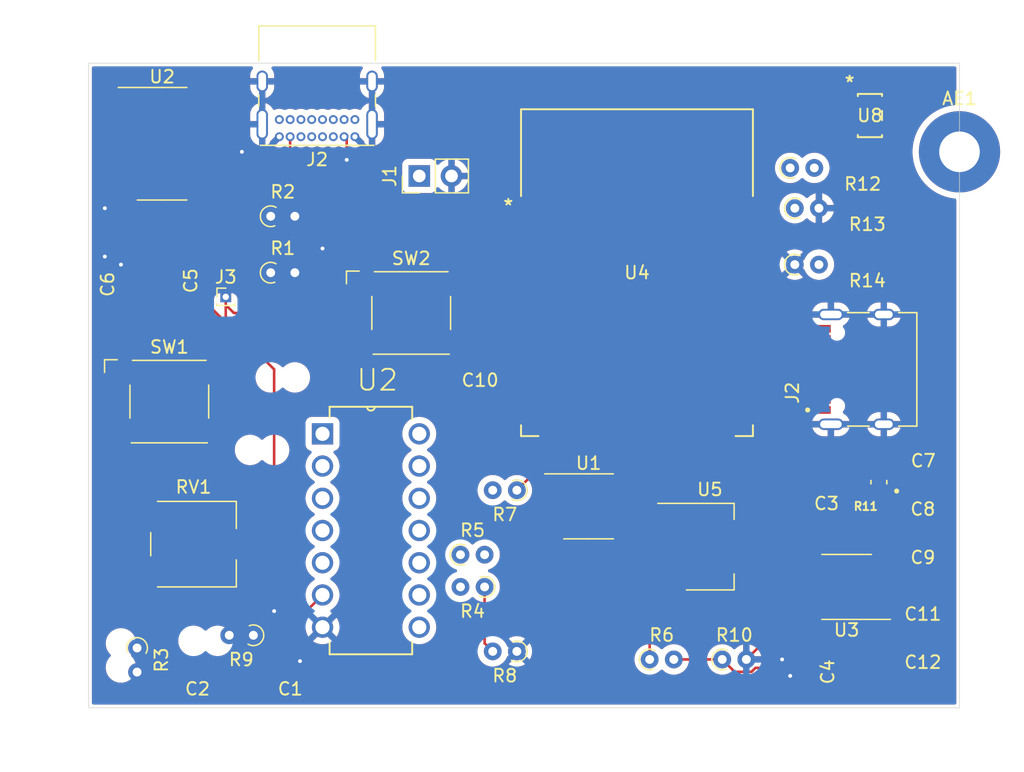
<source format=kicad_pcb>
(kicad_pcb (version 20221018) (generator pcbnew)
  (layers (0 "F.Cu" signal) (31 "B.Cu" signal) (34 "B.Paste" user) (35 "F.Paste" user) (36 "B.SilkS" user "B.Silkscreen") (37 "F.SilkS" user "F.Silkscreen") (38 "B.Mask" user) (39 "F.Mask" user) (44 "Edge.Cuts" user))
  (net 0 "")
  (net 1 "Net-(AE1-A)")
  (net 2 "GND")
  (net 3 "Net-(C2-Pad1)")
  (net 4 "Net-(U3-+)")
  (net 5 "Net-(C3-Pad2)")
  (net 6 "Net-(R1-Pad1)")
  (net 7 "Net-(R1-Pad2)")
  (net 8 "Net-(R3-Pad1)")
  (net 9 "Net-(U8-EN)")
  (net 10 "Net-(U4-3V3)")
  (net 12 "Net-(R6-Pad1)")
  (net 14 "Net-(J2-DN2)")
  (net 18 "Net-(J2-DP2)")
  (net 21 "Net-(U1-+)")
  (net 22 "Net-(R4-Pad2)")
  (net 23 "Net-(U1--)")
  (net 24 "Net-(U8-PG)")
  (net 28 "Net-(U2-Pad1)")
  (net 29 "Net-(U2-Pad5)")
  (net 31 "Net-(U3--)")
  (net 39 "+5V")
  (net 79 "Net-(J3-Pin_1)")
  (net 80 "Net-(U4-EN)")
  (net 81 "+3.3V")
  (net 82 "Net-(U4-GPIO0)")
  (net 83 "Net-(J2-CC1)")
  (net 84 "/D+")
  (net 85 "/D-")
  (net 86 "Net-(J2-CC2)")
  (footprint "Capacitor_SMD:C_0201_0603Metric" (layer "F.Cu") (at 97.79 97.155 -90)
    (fp_text reference "C5" (at 0 -1.05 90) (layer "F.SilkS"))
    (fp_text value "1uF")
    (pad "1" smd roundrect (at -0.32 0 270) (size 0.46 0.4) (layers "F.Cu" "F.Mask") (net 2 "GND"))
    (pad "2" smd roundrect (at 0.32 0 270) (size 0.46 0.4) (layers "F.Cu" "F.Mask") (net 9 "Net-(U8-EN)"))
  )
  (footprint "Capacitor_SMD:C_0201_0603Metric" (layer "F.Cu") (at 156.5 128.27)
    (fp_text reference "C12" (at 0 -1.05) (layer "F.SilkS"))
    (fp_text value "10uF")
    (pad "1" smd roundrect (at -0.32 0) (size 0.46 0.4) (layers "F.Cu" "F.Mask") (net 81 "+3.3V"))
    (pad "2" smd roundrect (at 0.32 0) (size 0.46 0.4) (layers "F.Cu" "F.Mask") (net 2 "GND"))
  )
  (footprint "Capacitor_SMD:C_0201_0603Metric" (layer "F.Cu") (at 156.5 116.205)
    (fp_text reference "C8" (at 0 -1.05) (layer "F.SilkS"))
    (fp_text value "1uF")
    (pad "1" smd roundrect (at -0.32 0) (size 0.46 0.4) (layers "F.Cu" "F.Mask") (net 2 "GND"))
    (pad "2" smd roundrect (at 0.32 0) (size 0.46 0.4) (layers "F.Cu" "F.Mask") (net 81 "+3.3V"))
  )
  (footprint "Resistor_THT:R_Axial_DIN0204_L3.6mm_D1.6mm_P1.90mm_Vertical" (layer "F.Cu") (at 124.525 126.365 180)
    (fp_text reference "R8" (at 0.95 -1.92) (layer "F.SilkS"))
    (fp_text value "10k")
    (pad "1" thru_hole circle (at 0 0 180) (size 1.4 1.4) (drill 0.7) (layers "*.Cu" "*.Mask") (net 2 "GND"))
    (pad "2" thru_hole oval (at 1.9 0 180) (size 1.4 1.4) (drill 0.7) (layers "*.Cu" "*.Mask") (net 21 "Net-(U1-+)"))
  )
  (footprint "Capacitor_SMD:C_0201_0603Metric" (layer "F.Cu") (at 99.375 128.27 180)
    (fp_text reference "C2" (at 0 -1.05) (layer "F.SilkS"))
    (fp_text value "100pF")
    (pad "1" smd roundrect (at -0.32 0 180) (size 0.46 0.4) (layers "F.Cu" "F.Mask") (net 3 "Net-(C2-Pad1)"))
    (pad "2" smd roundrect (at 0.32 0 180) (size 0.46 0.4) (layers "F.Cu" "F.Mask") (net 2 "GND"))
  )
  (footprint "Resistor_THT:R_Axial_DIN0204_L3.6mm_D1.6mm_P1.90mm_Vertical" (layer "F.Cu") (at 120.085 118.745)
    (fp_text reference "R5" (at 0.95 -1.92) (layer "F.SilkS"))
    (fp_text value "10k")
    (pad "1" thru_hole circle (at 0 0) (size 1.4 1.4) (drill 0.7) (layers "*.Cu" "*.Mask") (net 6 "Net-(R1-Pad1)"))
    (pad "2" thru_hole oval (at 1.9 0) (size 1.4 1.4) (drill 0.7) (layers "*.Cu" "*.Mask") (net 23 "Net-(U1--)"))
  )
  (footprint "Capacitor_SMD:C_0201_0603Metric" (layer "F.Cu") (at 148.91 113.665 180)
    (fp_text reference "C3" (at 0 -1.05) (layer "F.SilkS"))
    (fp_text value "4.7uF")
    (pad "1" smd roundrect (at -0.32 0 180) (size 0.46 0.4) (layers "F.Cu" "F.Mask") (net 31 "Net-(U3--)"))
    (pad "2" smd roundrect (at 0.32 0 180) (size 0.46 0.4) (layers "F.Cu" "F.Mask") (net 5 "Net-(C3-Pad2)"))
  )
  (footprint "Connector_PinHeader_1.00mm:PinHeader_1x01_P1.00mm_Vertical" (layer "F.Cu") (at 101.6 98.425)
    (fp_text reference "J3" (at 0 -1.56) (layer "F.SilkS"))
    (fp_text value "Conn_01x01_Pin")
    (pad "1" thru_hole rect (at 0 0) (size 0.85 0.85) (drill 0.5) (layers "*.Cu" "*.Mask") (net 1 "Net-(AE1-A)"))
  )
  (footprint "Capacitor_SMD:C_0201_0603Metric" (layer "F.Cu") (at 106.68 128.27 180)
    (fp_text reference "C1" (at 0 -1.05) (layer "F.SilkS"))
    (fp_text value "100pF")
    (pad "1" smd roundrect (at -0.32 0 180) (size 0.46 0.4) (layers "F.Cu" "F.Mask") (net 1 "Net-(AE1-A)"))
    (pad "2" smd roundrect (at 0.32 0 180) (size 0.46 0.4) (layers "F.Cu" "F.Mask") (net 2 "GND"))
  )
  (footprint "Resistor_THT:R_Axial_DIN0204_L3.6mm_D1.6mm_P1.90mm_Vertical" (layer "F.Cu") (at 134.985 127)
    (fp_text reference "R6" (at 0.95 -1.92) (layer "F.SilkS"))
    (fp_text value "6.8k")
    (pad "1" thru_hole circle (at 0 0) (size 1.4 1.4) (drill 0.7) (layers "*.Cu" "*.Mask") (net 12 "Net-(R6-Pad1)"))
    (pad "2" thru_hole oval (at 1.9 0) (size 1.4 1.4) (drill 0.7) (layers "*.Cu" "*.Mask") (net 5 "Net-(C3-Pad2)"))
  )
  (footprint "HEF4093BP_652:DIP254P762X420-14" (layer "F.Cu") (at 116.84 124.46)
    (fp_text reference "U2" (at -3.30462 -19.47193) (layer "F.SilkS") (effects (font (size 1.641307 1.641307))))
    (fp_text value "HEF4093B")
    (pad "1" thru_hole rect (at -7.62 -15.24) (size 1.6764 1.6764) (drill 1.1176) (layers "*.Cu" "*.Mask") (net 28 "Net-(U2-Pad1)"))
    (pad "2" thru_hole circle (at -7.62 -12.7) (size 1.6764 1.6764) (drill 1.1176) (layers "*.Cu" "*.Mask") (net 79 "Net-(J3-Pin_1)"))
    (pad "3" thru_hole circle (at -7.62 -10.16) (size 1.6764 1.6764) (drill 1.1176) (layers "*.Cu" "*.Mask") (net 6 "Net-(R1-Pad1)"))
    (pad "4" thru_hole circle (at -7.62 -7.62) (size 1.6764 1.6764) (drill 1.1176) (layers "*.Cu" "*.Mask") (net 22 "Net-(R4-Pad2)"))
    (pad "5" thru_hole circle (at -7.62 -5.08) (size 1.6764 1.6764) (drill 1.1176) (layers "*.Cu" "*.Mask") (net 29 "Net-(U2-Pad5)"))
    (pad "6" thru_hole circle (at -7.62 -2.54) (size 1.6764 1.6764) (drill 1.1176) (layers "*.Cu" "*.Mask") (net 3 "Net-(C2-Pad1)"))
    (pad "7" thru_hole circle (at -7.62 0) (size 1.6764 1.6764) (drill 1.1176) (layers "*.Cu" "*.Mask") (net 2 "GND"))
    (pad "8" thru_hole circle (at 0 0) (size 1.6764 1.6764) (drill 1.1176) (layers "*.Cu" "*.Mask"))
    (pad "9" thru_hole circle (at 0 -2.54) (size 1.6764 1.6764) (drill 1.1176) (layers "*.Cu" "*.Mask"))
    (pad "10" thru_hole circle (at 0 -5.08) (size 1.6764 1.6764) (drill 1.1176) (layers "*.Cu" "*.Mask"))
    (pad "11" thru_hole circle (at 0 -7.62) (size 1.6764 1.6764) (drill 1.1176) (layers "*.Cu" "*.Mask"))
    (pad "12" thru_hole circle (at 0 -10.16) (size 1.6764 1.6764) (drill 1.1176) (layers "*.Cu" "*.Mask"))
    (pad "13" thru_hole circle (at 0 -12.7) (size 1.6764 1.6764) (drill 1.1176) (layers "*.Cu" "*.Mask"))
    (pad "14" thru_hole circle (at 0 -15.24) (size 1.6764 1.6764) (drill 1.1176) (layers "*.Cu" "*.Mask") (net 39 "+5V"))
  )
  (footprint "Potentiometer_SMD:Potentiometer_ACP_CA6-VSMD_Vertical" (layer "F.Cu") (at 99.06 117.915)
    (fp_text reference "RV1" (at 0 -4.5) (layer "F.SilkS"))
    (fp_text value "10k")
    (pad "1" smd rect (at -4.325 2.15) (size 2.5 2) (layers "F.Cu" "F.Paste" "F.Mask") (net 8 "Net-(R3-Pad1)"))
    (pad "2" smd rect (at 4.325 0) (size 2.5 2) (layers "F.Cu" "F.Paste" "F.Mask") (net 22 "Net-(R4-Pad2)"))
    (pad "3" smd rect (at -4.325 -2.15) (size 2.5 2) (layers "F.Cu" "F.Paste" "F.Mask") (net 22 "Net-(R4-Pad2)"))
  )
  (footprint "MountingHole:MountingHole_3.2mm_M3_Pad" (layer "F.Cu") (at 159.385 86.995)
    (fp_text reference "AE1" (at 0 -4.2) (layer "F.SilkS"))
    (fp_text value "Antenna")
    (pad "1" thru_hole circle (at 0 0) (size 6.4 6.4) (drill 3.2) (layers "*.Cu" "*.Mask") (net 1 "Net-(AE1-A)"))
  )
  (footprint "Resistor_THT:R_Axial_DIN0204_L3.6mm_D1.6mm_P1.90mm_Vertical" (layer "F.Cu") (at 146.415 91.44)
    (fp_text reference "R13" (at 5.71 1.27) (layer "F.SilkS"))
    (fp_text value "5.1 k")
    (pad "1" thru_hole circle (at 0 0) (size 1.4 1.4) (drill 0.7) (layers "*.Cu" "*.Mask") (net 83 "Net-(J2-CC1)"))
    (pad "2" thru_hole oval (at 1.9 0) (size 1.4 1.4) (drill 0.7) (layers "*.Cu" "*.Mask") (net 2 "GND"))
  )
  (footprint "Resistor_THT:R_Axial_DIN0204_L3.6mm_D1.6mm_P1.90mm_Vertical" (layer "F.Cu") (at 140.7 127)
    (fp_text reference "R10" (at 0.95 -1.92) (layer "F.SilkS"))
    (fp_text value "R_Trim")
    (pad "1" thru_hole circle (at 0 0) (size 1.4 1.4) (drill 0.7) (layers "*.Cu" "*.Mask") (net 5 "Net-(C3-Pad2)"))
    (pad "2" thru_hole oval (at 1.9 0) (size 1.4 1.4) (drill 0.7) (layers "*.Cu" "*.Mask") (net 2 "GND"))
  )
  (footprint "Connector_PinHeader_2.54mm:PinHeader_1x02_P2.54mm_Vertical" (layer "F.Cu") (at 116.84 88.9 90)
    (fp_text reference "J1" (at 0 -2.33 90) (layer "F.SilkS"))
    (fp_text value "Conn_01x02_Pin")
    (pad "1" thru_hole rect (at 0 0 90) (size 1.7 1.7) (drill 1) (layers "*.Cu" "*.Mask") (net 39 "+5V"))
    (pad "2" thru_hole oval (at 0 2.54 90) (size 1.7 1.7) (drill 1) (layers "*.Cu" "*.Mask") (net 2 "GND"))
  )
  (footprint "Resistor_THT:R_Axial_DIN0204_L3.6mm_D1.6mm_P1.90mm_Vertical" (layer "F.Cu") (at 103.775 125.095 180)
    (fp_text reference "R9" (at 0.95 -1.92) (layer "F.SilkS"))
    (fp_text value "100k")
    (pad "1" thru_hole circle (at 0 0 180) (size 1.4 1.4) (drill 0.7) (layers "*.Cu" "*.Mask") (net 24 "Net-(U8-PG)"))
    (pad "2" thru_hole oval (at 1.9 0 180) (size 1.4 1.4) (drill 0.7) (layers "*.Cu" "*.Mask") (net 10 "Net-(U4-3V3)"))
  )
  (footprint "Capacitor_SMD:C_0201_0603Metric" (layer "F.Cu") (at 156.5 124.475)
    (fp_text reference "C11" (at 0 -1.05) (layer "F.SilkS"))
    (fp_text value "100nF")
    (pad "1" smd roundrect (at -0.32 0) (size 0.46 0.4) (layers "F.Cu" "F.Mask") (net 39 "+5V"))
    (pad "2" smd roundrect (at 0.32 0) (size 0.46 0.4) (layers "F.Cu" "F.Mask") (net 2 "GND"))
  )
  (footprint "Package_SO:SOIC-8_3.9x4.9mm_P1.27mm" (layer "F.Cu") (at 130.175 114.935)
    (fp_text reference "U1" (at 0 -3.4) (layer "F.SilkS"))
    (fp_text value "AD8001AR")
    (pad "1" smd roundrect (at -2.475 -1.905) (size 1.95 0.6) (layers "F.Cu" "F.Paste" "F.Mask"))
    (pad "2" smd roundrect (at -2.475 -0.635) (size 1.95 0.6) (layers "F.Cu" "F.Paste" "F.Mask") (net 23 "Net-(U1--)"))
    (pad "3" smd roundrect (at -2.475 0.635) (size 1.95 0.6) (layers "F.Cu" "F.Paste" "F.Mask") (net 21 "Net-(U1-+)"))
    (pad "4" smd roundrect (at -2.475 1.905) (size 1.95 0.6) (layers "F.Cu" "F.Paste" "F.Mask") (net 2 "GND"))
    (pad "5" smd roundrect (at 2.475 1.905) (size 1.95 0.6) (layers "F.Cu" "F.Paste" "F.Mask"))
    (pad "6" smd roundrect (at 2.475 0.635) (size 1.95 0.6) (layers "F.Cu" "F.Paste" "F.Mask") (net 12 "Net-(R6-Pad1)"))
    (pad "7" smd roundrect (at 2.475 -0.635) (size 1.95 0.6) (layers "F.Cu" "F.Paste" "F.Mask") (net 39 "+5V"))
    (pad "8" smd roundrect (at 2.475 -1.905) (size 1.95 0.6) (layers "F.Cu" "F.Paste" "F.Mask"))
  )
  (footprint "Resistor_THT:R_Axial_DIN0204_L3.6mm_D1.6mm_P1.90mm_Vertical" (layer "F.Cu") (at 121.985 121.285 180)
    (fp_text reference "R4" (at 0.95 -1.92) (layer "F.SilkS"))
    (fp_text value "10k")
    (pad "1" thru_hole circle (at 0 0 180) (size 1.4 1.4) (drill 0.7) (layers "*.Cu" "*.Mask") (net 21 "Net-(U1-+)"))
    (pad "2" thru_hole oval (at 1.9 0 180) (size 1.4 1.4) (drill 0.7) (layers "*.Cu" "*.Mask") (net 22 "Net-(R4-Pad2)"))
  )
  (footprint "Button_Switch_SMD:SW_SPST_Omron_B3FS-100xP" (layer "F.Cu") (at 116.205 99.695)
    (fp_text reference "SW2" (at 0 -4.3) (layer "F.SilkS"))
    (fp_text value "Boot")
    (pad "1" smd rect (at -4 -2.25 180) (size 1.6 1.4) (layers "F.Cu" "F.Paste" "F.Mask") (net 82 "Net-(U4-GPIO0)"))
    (pad "1" smd rect (at 4 -2.25 180) (size 1.6 1.4) (layers "F.Cu" "F.Paste" "F.Mask") (net 82 "Net-(U4-GPIO0)"))
    (pad "2" smd rect (at -4 2.25 180) (size 1.6 1.4) (layers "F.Cu" "F.Paste" "F.Mask") (net 2 "GND"))
    (pad "2" smd rect (at 4 2.25 180) (size 1.6 1.4) (layers "F.Cu" "F.Paste" "F.Mask") (net 2 "GND"))
  )
  (footprint "Resistor_THT:R_Axial_DIN0204_L3.6mm_D1.6mm_P1.90mm_Vertical" (layer "F.Cu") (at 94.615 126.095 -90)
    (fp_text reference "R3" (at 0.95 -1.92 90) (layer "F.SilkS"))
    (fp_text value "10k")
    (pad "1" thru_hole circle (at 0 0 270) (size 1.4 1.4) (drill 0.7) (layers "*.Cu" "*.Mask") (net 8 "Net-(R3-Pad1)"))
    (pad "2" thru_hole oval (at 1.9 0 270) (size 1.4 1.4) (drill 0.7) (layers "*.Cu" "*.Mask") (net 3 "Net-(C2-Pad1)"))
  )
  (footprint "Connector_USB:USB_C_Receptacle_GCT_USB4085" (layer "F.Cu") (at 111.77 85.805 180)
    (fp_text reference "J2" (at 2.975 -1.8) (layer "F.SilkS"))
    (fp_text value "USB_C_Receptacle_USB2.0")
    (pad "A1" thru_hole circle (at 0 0 180) (size 0.7 0.7) (drill 0.4) (layers "*.Cu" "*.Mask") (net 2 "GND"))
    (pad "A4" thru_hole circle (at 0.85 0 180) (size 0.7 0.7) (drill 0.4) (layers "*.Cu" "*.Mask") (net 39 "+5V"))
    (pad "A5" thru_hole circle (at 1.7 0 180) (size 0.7 0.7) (drill 0.4) (layers "*.Cu" "*.Mask") (net 83 "Net-(J2-CC1)"))
    (pad "A6" thru_hole circle (at 2.55 0 180) (size 0.7 0.7) (drill 0.4) (layers "*.Cu" "*.Mask") (net 84 "/D+"))
    (pad "A7" thru_hole circle (at 3.4 0 180) (size 0.7 0.7) (drill 0.4) (layers "*.Cu" "*.Mask") (net 85 "/D-"))
    (pad "A8" thru_hole circle (at 4.25 0 180) (size 0.7 0.7) (drill 0.4) (layers "*.Cu" "*.Mask"))
    (pad "A9" thru_hole circle (at 5.1 0 180) (size 0.7 0.7) (drill 0.4) (layers "*.Cu" "*.Mask") (net 39 "+5V"))
    (pad "A12" thru_hole circle (at 5.95 0 180) (size 0.7 0.7) (drill 0.4) (layers "*.Cu" "*.Mask") (net 2 "GND"))
    (pad "B1" thru_hole circle (at 5.95 1.35 180) (size 0.7 0.7) (drill 0.4) (layers "*.Cu" "*.Mask") (net 2 "GND"))
    (pad "B4" thru_hole circle (at 5.1 1.35 180) (size 0.7 0.7) (drill 0.4) (layers "*.Cu" "*.Mask") (net 39 "+5V"))
    (pad "B5" thru_hole circle (at 4.25 1.35 180) (size 0.7 0.7) (drill 0.4) (layers "*.Cu" "*.Mask") (net 86 "Net-(J2-CC2)"))
    (pad "B6" thru_hole circle (at 3.4 1.35 180) (size 0.7 0.7) (drill 0.4) (layers "*.Cu" "*.Mask") (net 84 "/D+"))
    (pad "B7" thru_hole circle (at 2.55 1.35 180) (size 0.7 0.7) (drill 0.4) (layers "*.Cu" "*.Mask") (net 85 "/D-"))
    (pad "B8" thru_hole circle (at 1.7 1.35 180) (size 0.7 0.7) (drill 0.4) (layers "*.Cu" "*.Mask"))
    (pad "B9" thru_hole circle (at 0.85 1.35 180) (size 0.7 0.7) (drill 0.4) (layers "*.Cu" "*.Mask") (net 39 "+5V"))
    (pad "B12" thru_hole circle (at 0 1.35 180) (size 0.7 0.7) (drill 0.4) (layers "*.Cu" "*.Mask") (net 2 "GND"))
    (pad "S1" thru_hole oval (at -1.35 0.98 180) (size 0.9 2.4) (drill oval 0.6 2.1) (layers "*.Cu" "*.Mask") (net 2 "GND"))
    (pad "S1" thru_hole oval (at -1.35 4.36 180) (size 0.9 1.7) (drill oval 0.6 1.4) (layers "*.Cu" "*.Mask") (net 2 "GND"))
    (pad "S1" thru_hole oval (at 7.3 0.98 180) (size 0.9 2.4) (drill oval 0.6 2.1) (layers "*.Cu" "*.Mask") (net 2 "GND"))
    (pad "S1" thru_hole oval (at 7.3 4.36 180) (size 0.9 1.7) (drill oval 0.6 1.4) (layers "*.Cu" "*.Mask") (net 2 "GND"))
  )
  (footprint "Capacitor_SMD:C_0201_0603Metric" (layer "F.Cu") (at 156.53 112.395)
    (fp_text reference "C7" (at 0 -1.05) (layer "F.SilkS"))
    (fp_text value ".1uF")
    (pad "1" smd roundrect (at -0.32 0) (size 0.46 0.4) (layers "F.Cu" "F.Mask") (net 2 "GND"))
    (pad "2" smd roundrect (at 0.32 0) (size 0.46 0.4) (layers "F.Cu" "F.Mask") (net 80 "Net-(U4-EN)"))
  )
  (footprint "Capacitor_SMD:C_0201_0603Metric" (layer "F.Cu") (at 156.5 120.015)
    (fp_text reference "C9" (at 0 -1.05) (layer "F.SilkS"))
    (fp_text value ".1uF")
    (pad "1" smd roundrect (at -0.32 0) (size 0.46 0.4) (layers "F.Cu" "F.Mask") (net 2 "GND"))
    (pad "2" smd roundrect (at 0.32 0) (size 0.46 0.4) (layers "F.Cu" "F.Mask") (net 81 "+3.3V"))
  )
  (footprint "Package_SO:SOIC-8_3.9x4.9mm_P1.27mm" (layer "F.Cu") (at 150.495 121.285 180)
    (fp_text reference "U3" (at 0 -3.4) (layer "F.SilkS"))
    (fp_text value "AD8001AR")
    (pad "1" smd roundrect (at -2.475 -1.905 180) (size 1.95 0.6) (layers "F.Cu" "F.Paste" "F.Mask"))
    (pad "2" smd roundrect (at -2.475 -0.635 180) (size 1.95 0.6) (layers "F.Cu" "F.Paste" "F.Mask") (net 31 "Net-(U3--)"))
    (pad "3" smd roundrect (at -2.475 0.635 180) (size 1.95 0.6) (layers "F.Cu" "F.Paste" "F.Mask") (net 4 "Net-(U3-+)"))
    (pad "4" smd roundrect (at -2.475 1.905 180) (size 1.95 0.6) (layers "F.Cu" "F.Paste" "F.Mask") (net 2 "GND"))
    (pad "5" smd roundrect (at 2.475 1.905 180) (size 1.95 0.6) (layers "F.Cu" "F.Paste" "F.Mask"))
    (pad "6" smd roundrect (at 2.475 0.635 180) (size 1.95 0.6) (layers "F.Cu" "F.Paste" "F.Mask") (net 4 "Net-(U3-+)"))
    (pad "7" smd roundrect (at 2.475 -0.635 180) (size 1.95 0.6) (layers "F.Cu" "F.Paste" "F.Mask") (net 39 "+5V"))
    (pad "8" smd roundrect (at 2.475 -1.905 180) (size 1.95 0.6) (layers "F.Cu" "F.Paste" "F.Mask"))
  )
  (footprint "Resistor_THT:R_Axial_DIN0204_L3.6mm_D1.6mm_P1.90mm_Vertical" (layer "F.Cu") (at 105.14 92.075)
    (fp_text reference "R2" (at 0.95 -1.92) (layer "F.SilkS"))
    (fp_text value "5.1k")
    (pad "1" thru_hole circle (at 0 0) (size 1.4 1.4) (drill 0.7) (layers "*.Cu" "*.Mask") (net 7 "Net-(R1-Pad2)"))
    (pad "2" thru_hole oval (at 1.9 0) (size 1.4 1.4) (drill 0.7) (layers "*.Cu" "*.Mask") (net 1 "Net-(AE1-A)"))
  )
  (footprint "Capacitor_SMD:C_0201_0603Metric" (layer "F.Cu") (at 93.345 97.445 90)
    (fp_text reference "C6" (at 0 -1.05 90) (layer "F.SilkS"))
    (fp_text value "1uF")
    (pad "1" smd roundrect (at -0.32 0 90) (size 0.46 0.4) (layers "F.Cu" "F.Mask") (net 2 "GND"))
    (pad "2" smd roundrect (at 0.32 0 90) (size 0.46 0.4) (layers "F.Cu" "F.Mask") (net 10 "Net-(U4-3V3)"))
  )
  (footprint "Resistor_THT:R_Axial_DIN0204_L3.6mm_D1.6mm_P1.90mm_Vertical" (layer "F.Cu") (at 105.14 96.52)
    (fp_text reference "R1" (at 0.95 -1.92) (layer "F.SilkS"))
    (fp_text value "10k")
    (pad "1" thru_hole circle (at 0 0) (size 1.4 1.4) (drill 0.7) (layers "*.Cu" "*.Mask") (net 6 "Net-(R1-Pad1)"))
    (pad "2" thru_hole oval (at 1.9 0) (size 1.4 1.4) (drill 0.7) (layers "*.Cu" "*.Mask") (net 7 "Net-(R1-Pad2)"))
  )
  (footprint "Button_Switch_SMD:SW_SPST_Omron_B3FS-100xP" (layer "F.Cu") (at 97.155 106.68)
    (fp_text reference "SW1" (at 0 -4.3) (layer "F.SilkS"))
    (fp_text value "Reset")
    (pad "1" smd rect (at -4 -2.25 180) (size 1.6 1.4) (layers "F.Cu" "F.Paste" "F.Mask") (net 2 "GND"))
    (pad "1" smd rect (at 4 -2.25 180) (size 1.6 1.4) (layers "F.Cu" "F.Paste" "F.Mask") (net 2 "GND"))
    (pad "2" smd rect (at -4 2.25 180) (size 1.6 1.4) (layers "F.Cu" "F.Paste" "F.Mask") (net 80 "Net-(U4-EN)"))
    (pad "2" smd rect (at 4 2.25 180) (size 1.6 1.4) (layers "F.Cu" "F.Paste" "F.Mask") (net 80 "Net-(U4-EN)"))
  )
  (footprint "Package_SO:SOIC-14_3.9x8.7mm_P1.27mm" (layer "F.Cu") (at 96.585 86.36)
    (fp_text reference "U2" (at 0 -5.28) (layer "F.SilkS"))
    (fp_text value "HEF4093B")
    (pad "1" smd roundrect (at -2.475 -3.81) (size 1.95 0.6) (layers "F.Cu" "F.Paste" "F.Mask") (net 39 "+5V"))
    (pad "2" smd roundrect (at -2.475 -2.54) (size 1.95 0.6) (layers "F.Cu" "F.Paste" "F.Mask") (net 1 "Net-(AE1-A)"))
    (pad "3" smd roundrect (at -2.475 -1.27) (size 1.95 0.6) (layers "F.Cu" "F.Paste" "F.Mask") (net 6 "Net-(R1-Pad1)"))
    (pad "4" smd roundrect (at -2.475 0) (size 1.95 0.6) (layers "F.Cu" "F.Paste" "F.Mask") (net 22 "Net-(R4-Pad2)"))
    (pad "5" smd roundrect (at -2.475 1.27) (size 1.95 0.6) (layers "F.Cu" "F.Paste" "F.Mask") (net 39 "+5V"))
    (pad "6" smd roundrect (at -2.475 2.54) (size 1.95 0.6) (layers "F.Cu" "F.Paste" "F.Mask") (net 3 "Net-(C2-Pad1)"))
    (pad "7" smd roundrect (at -2.475 3.81) (size 1.95 0.6) (layers "F.Cu" "F.Paste" "F.Mask") (net 2 "GND"))
    (pad "8" smd roundrect (at 2.475 3.81) (size 1.95 0.6) (layers "F.Cu" "F.Paste" "F.Mask"))
    (pad "9" smd roundrect (at 2.475 2.54) (size 1.95 0.6) (layers "F.Cu" "F.Paste" "F.Mask"))
    (pad "10" smd roundrect (at 2.475 1.27) (size 1.95 0.6) (layers "F.Cu" "F.Paste" "F.Mask"))
    (pad "11" smd roundrect (at 2.475 0) (size 1.95 0.6) (layers "F.Cu" "F.Paste" "F.Mask"))
    (pad "12" smd roundrect (at 2.475 -1.27) (size 1.95 0.6) (layers "F.Cu" "F.Paste" "F.Mask"))
    (pad "13" smd roundrect (at 2.475 -2.54) (size 1.95 0.6) (layers "F.Cu" "F.Paste" "F.Mask"))
    (pad "14" smd roundrect (at 2.475 -3.81) (size 1.95 0.6) (layers "F.Cu" "F.Paste" "F.Mask") (net 39 "+5V"))
  )
  (footprint "Resistor_THT:R_Axial_DIN0204_L3.6mm_D1.6mm_P1.90mm_Vertical" (layer "F.Cu") (at 146.05 88.265)
    (fp_text reference "R12" (at 5.71 1.27) (layer "F.SilkS"))
    (fp_text value "10k")
    (pad "1" thru_hole circle (at 0 0) (size 1.4 1.4) (drill 0.7) (layers "*.Cu" "*.Mask") (net 81 "+3.3V"))
    (pad "2" thru_hole oval (at 1.9 0) (size 1.4 1.4) (drill 0.7) (layers "*.Cu" "*.Mask") (net 80 "Net-(U4-EN)"))
  )
  (footprint "Resistor_THT:R_Axial_DIN0204_L3.6mm_D1.6mm_P1.90mm_Vertical" (layer "F.Cu") (at 124.525 113.665 180)
    (fp_text reference "R7" (at 0.95 -1.92) (layer "F.SilkS"))
    (fp_text value "10k")
    (pad "1" thru_hole circle (at 0 0 180) (size 1.4 1.4) (drill 0.7) (layers "*.Cu" "*.Mask") (net 12 "Net-(R6-Pad1)"))
    (pad "2" thru_hole oval (at 1.9 0 180) (size 1.4 1.4) (drill 0.7) (layers "*.Cu" "*.Mask") (net 23 "Net-(U1--)"))
  )
  (footprint "esp32:MOD41_ESP32-S2-SOLO_EXP" (layer "F.Cu") (at 133.985 96.52)
    (fp_text reference "U4" (at 0 0 unlocked) (layer "F.SilkS"))
    (fp_text value "ESP32-S2-SOLO-N4R2")
    (fp_text user "*" (at -10.1343 -5.26) (layer "F.SilkS"))
    (fp_text user "*" (at -10.1343 -5.26 unlocked) (layer "F.SilkS"))
    (pad "1" smd rect (at -8.75 -5.26) (size 1.4986 0.889) (layers "F.Cu" "F.Paste" "F.Mask") (net 2 "GND"))
    (pad "2" smd rect (at -8.75 -3.99) (size 1.4986 0.889) (layers "F.Cu" "F.Paste" "F.Mask") (net 10 "Net-(U4-3V3)"))
    (pad "3" smd rect (at -8.75 -2.72) (size 1.4986 0.889) (layers "F.Cu" "F.Paste" "F.Mask"))
    (pad "4" smd rect (at -8.75 -1.45) (size 1.4986 0.889) (layers "F.Cu" "F.Paste" "F.Mask"))
    (pad "5" smd rect (at -8.75 -0.18) (size 1.4986 0.889) (layers "F.Cu" "F.Paste" "F.Mask") (net 31 "Net-(U3--)"))
    (pad "6" smd rect (at -8.75 1.09) (size 1.4986 0.889) (layers "F.Cu" "F.Paste" "F.Mask"))
    (pad "7" smd rect (at -8.75 2.36) (size 1.4986 0.889) (layers "F.Cu" "F.Paste" "F.Mask"))
    (pad "8" smd rect (at -8.75 3.63) (size 1.4986 0.889) (layers "F.Cu" "F.Paste" "F.Mask"))
    (pad "9" smd rect (at -8.75 4.9) (size 1.4986 0.889) (layers "F.Cu" "F.Paste" "F.Mask"))
    (pad "10" smd rect (at -8.75 6.17) (size 1.4986 0.889) (layers "F.Cu" "F.Paste" "F.Mask"))
    (pad "11" smd rect (at -8.75 7.44) (size 1.4986 0.889) (layers "F.Cu" "F.Paste" "F.Mask"))
    (pad "12" smd rect (at -8.75 8.71) (size 1.4986 0.889) (layers "F.Cu" "F.Paste" "F.Mask"))
    (pad "13" smd rect (at -8.75 9.98) (size 1.4986 0.889) (layers "F.Cu" "F.Paste" "F.Mask") (net 14 "Net-(J2-DN2)"))
    (pad "14" smd rect (at -8.75 11.25) (size 1.4986 0.889) (layers "F.Cu" "F.Paste" "F.Mask") (net 18 "Net-(J2-DP2)"))
    (pad "15" smd rect (at -6.985 12.5 90) (size 1.4986 0.889) (layers "F.Cu" "F.Paste" "F.Mask"))
    (pad "16" smd rect (at -5.715 12.5 90) (size 1.4986 0.889) (layers "F.Cu" "F.Paste" "F.Mask"))
    (pad "17" smd rect (at -4.445 12.5 90) (size 1.4986 0.889) (layers "F.Cu" "F.Paste" "F.Mask"))
    (pad "18" smd rect (at -3.175 12.5 90) (size 1.4986 0.889) (layers "F.Cu" "F.Paste" "F.Mask"))
    (pad "19" smd rect (at -1.905 12.5 90) (size 1.4986 0.889) (layers "F.Cu" "F.Paste" "F.Mask"))
    (pad "20" smd rect (at -0.635 12.5 90) (size 1.4986 0.889) (layers "F.Cu" "F.Paste" "F.Mask"))
    (pad "21" smd rect (at 0.635 12.5 90) (size 1.4986 0.889) (layers "F.Cu" "F.Paste" "F.Mask"))
    (pad "22" smd rect (at 1.905 12.5 90) (size 1.4986 0.889) (layers "F.Cu" "F.Paste" "F.Mask"))
    (pad "23" smd rect (at 3.175 12.5 90) (size 1.4986 0.889) (layers "F.Cu" "F.Paste" "F.Mask"))
    (pad "24" smd rect (at 4.445 12.5 90) (size 1.4986 0.889) (layers "F.Cu" "F.Paste" "F.Mask"))
    (pad "25" smd rect (at 5.715 12.5 90) (size 1.4986 0.889) (layers "F.Cu" "F.Paste" "F.Mask"))
    (pad "26" smd rect (at 6.985 12.5 90) (size 1.4986 0.889) (layers "F.Cu" "F.Paste" "F.Mask"))
    (pad "27" smd rect (at 8.75 11.25) (size 1.4986 0.889) (layers "F.Cu" "F.Paste" "F.Mask"))
    (pad "28" smd rect (at 8.75 9.98) (size 1.4986 0.889) (layers "F.Cu" "F.Paste" "F.Mask"))
    (pad "29" smd rect (at 8.75 8.71) (size 1.4986 0.889) (layers "F.Cu" "F.Paste" "F.Mask"))
    (pad "30" smd rect (at 8.75 7.44) (size 1.4986 0.889) (layers "F.Cu" "F.Paste" "F.Mask"))
    (pad "31" smd rect (at 8.75 6.17) (size 1.4986 0.889) (layers "F.Cu" "F.Paste" "F.Mask"))
    (pad "32" smd rect (at 8.75 4.9) (size 1.4986 0.889) (layers "F.Cu" "F.Paste" "F.Mask"))
    (pad "33" smd rect (at 8.75 3.63) (size 1.4986 0.889) (layers "F.Cu" "F.Paste" "F.Mask"))
    (pad "34" smd rect (at 8.75 2.36) (size 1.4986 0.889) (layers "F.Cu" "F.Paste" "F.Mask"))
    (pad "35" smd rect (at 8.75 1.09) (size 1.4986 0.889) (layers "F.Cu" "F.Paste" "F.Mask"))
    (pad "36" smd rect (at 8.75 -0.18) (size 1.4986 0.889) (layers "F.Cu" "F.Paste" "F.Mask"))
    (pad "37" smd rect (at 8.75 -1.45) (size 1.4986 0.889) (layers "F.Cu" "F.Paste" "F.Mask"))
    (pad "38" smd rect (at 8.75 -2.72) (size 1.4986 0.889) (layers "F.Cu" "F.Paste" "F.Mask"))
    (pad "39" smd rect (at 8.75 -3.99) (size 1.4986 0.889) (layers "F.Cu" "F.Paste" "F.Mask"))
    (pad "40" smd rect (at 8.75 -5.26) (size 1.4986 0.889) (layers "F.Cu" "F.Paste" "F.Mask"))
    (pad "41" smd rect (at -1.5 2.46) (size 0.889 0.889) (layers "F.Cu" "F.Paste" "F.Mask"))
    (pad "42" smd rect (at -2.9 1.06) (size 0.889 0.889) (layers "F.Cu" "F.Paste" "F.Mask"))
    (pad "43" smd rect (at -2.9 2.46) (size 0.889 0.889) (layers "F.Cu" "F.Paste" "F.Mask"))
    (pad "44" smd rect (at -2.9 3.86) (size 0.889 0.889) (layers "F.Cu" "F.Paste" "F.Mask"))
    (pad "45" smd rect (at -1.5 3.86) (size 0.889 0.889) (layers "F.Cu" "F.Paste" "F.Mask"))
    (pad "46" smd rect (at -0.1 3.86) (size 0.889 0.889) (layers "F.Cu" "F.Paste" "F.Mask"))
    (pad "47" smd rect (at -0.1 2.46) (size 0.889 0.889) (layers "F.Cu" "F.Paste" "F.Mask"))
    (pad "48" smd rect (at -0.1 1.06) (size 0.889 0.889) (layers "F.Cu" "F.Paste" "F.Mask"))
    (pad "49" smd rect (at -1.5 1.06) (size 0.889 0.889) (layers "F.Cu" "F.Paste" "F.Mask"))
  )
  (footprint "Capacitor_SMD:C_0201_0603Metric" (layer "F.Cu") (at 121.63 106.045)
    (fp_text reference "C10" (at 0 -1.05) (layer "F.SilkS"))
    (fp_text value ".1uF")
    (pad "1" smd roundrect (at -0.32 0) (size 0.46 0.4) (layers "F.Cu" "F.Mask") (net 82 "Net-(U4-GPIO0)"))
    (pad "2" smd roundrect (at 0.32 0) (size 0.46 0.4) (layers "F.Cu" "F.Mask") (net 2 "GND"))
  )
  (footprint "RM2012A-502_104-PBVW10:RESCAXE_RM2012-4N" (layer "F.Cu") (at 153.035 113.03 180)
    (fp_text reference "R11" (at 1.032 -1.9064) (layer "F.SilkS") (effects (font (size 0.64 0.64))))
    (fp_text value "RM2012A-502_104-PBVW10")
    (pad "1" smd rect (at -0.5875 -0.7 180) (size 0.525 0.5) (layers "F.Cu" "F.Paste" "F.Mask") (net 39 "+5V"))
    (pad "2" smd rect (at -0.5875 0.7 180) (size 0.525 0.5) (layers "F.Cu" "F.Paste" "F.Mask") (net 2 "GND"))
    (pad "3" smd rect (at 0.5875 0.7) (size 0.525 0.5) (layers "F.Cu" "F.Paste" "F.Mask") (net 31 "Net-(U3--)"))
    (pad "4" smd rect (at 0.5875 -0.7) (size 0.525 0.5) (layers "F.Cu" "F.Paste" "F.Mask") (net 31 "Net-(U3--)"))
  )
  (footprint "Capacitor_SMD:C_0201_0603Metric" (layer "F.Cu") (at 147.955 127.98 -90)
    (fp_text reference "C4" (at 0 -1.05 90) (layer "F.SilkS"))
    (fp_text value "C")
    (pad "1" smd roundrect (at -0.32 0 270) (size 0.46 0.4) (layers "F.Cu" "F.Mask") (net 5 "Net-(C3-Pad2)"))
    (pad "2" smd roundrect (at 0.32 0 270) (size 0.46 0.4) (layers "F.Cu" "F.Mask") (net 2 "GND"))
  )
  (footprint "NCP:FP-NCP164CSN330T1G_OSI" (layer "F.Cu") (at 152.33015 84.1375)
    (fp_text reference "U8" (at 0 0 unlocked) (layer "F.SilkS"))
    (fp_text value "NCP164CSN330T1G")
    (fp_text user "*" (at -1.59385 -2.5908 unlocked) (layer "F.SilkS"))
    (fp_text user "*" (at -1.59385 -2.5908) (layer "F.SilkS"))
    (pad "1" smd rect (at -1.33985 -0.9398) (size 1.0287 0.508) (layers "F.Cu" "F.Paste" "F.Mask") (net 9 "Net-(U8-EN)"))
    (pad "2" smd rect (at -1.33985 0) (size 1.0287 0.508) (layers "F.Cu" "F.Paste" "F.Mask") (net 2 "GND"))
    (pad "3" smd rect (at -1.33985 0.9398) (size 1.0287 0.508) (layers "F.Cu" "F.Paste" "F.Mask") (net 9 "Net-(U8-EN)"))
    (pad "4" smd rect (at 1.33985 0.9525) (size 1.0287 0.508) (layers "F.Cu" "F.Paste" "F.Mask") (net 24 "Net-(U8-PG)"))
    (pad "5" smd rect (at 1.33985 -0.9525) (size 1.0287 0.508) (layers "F.Cu" "F.Paste" "F.Mask") (net 10 "Net-(U4-3V3)"))
  )
  (footprint "TYPE-C-31-M-12:HRO_TYPE-C-31-M-12" (layer "F.Cu") (at 153.4275 104.14 90)
    (fp_text reference "J2" (at -1.85 -7.205 90) (layer "F.SilkS"))
    (fp_text value "TYPE-C-31-M-12")
    (pad "" np_thru_hole circle (at -2.89 -3.68 90) (size 0.6 0.6) (drill 0.6) (layers "*.Cu" "*.Mask"))
    (pad "" np_thru_hole circle (at 2.89 -3.68 90) (size 0.6 0.6) (drill 0.6) (layers "*.Cu" "*.Mask"))
    (pad "A1_B12" smd rect (at -3.2 -4.75 90) (size 0.6 1.14) (layers "F.Cu" "F.Paste") (net 2 "GND"))
    (pad "A4_B9" smd rect (at -2.4 -4.75 90) (size 0.6 1.14) (layers "F.Cu" "F.Paste"))
    (pad "A5" smd rect (at -1.25 -4.75 90) (size 0.3 1.14) (layers "F.Cu" "F.Paste"))
    (pad "A6" smd rect (at -0.25 -4.75 90) (size 0.3 1.14) (layers "F.Cu" "F.Paste"))
    (pad "A7" smd rect (at 0.25 -4.75 90) (size 0.3 1.14) (layers "F.Cu" "F.Paste"))
    (pad "A8" smd rect (at 1.25 -4.75 90) (size 0.3 1.14) (layers "F.Cu" "F.Paste"))
    (pad "B1_A12" smd rect (at 3.2 -4.75 90) (size 0.6 1.14) (layers "F.Cu" "F.Paste") (net 2 "GND"))
    (pad "B4_A9" smd rect (at 2.4 -4.75 90) (size 0.6 1.14) (layers "F.Cu" "F.Paste"))
    (pad "B5" smd rect (at 1.75 -4.75 90) (size 0.3 1.14) (layers "F.Cu" "F.Paste"))
    (pad "B6" smd rect (at 0.75 -4.75 90) (size 0.3 1.14) (layers "F.Cu" "F.Paste") (net 18 "Net-(J2-DP2)"))
    (pad "B7" smd rect (at -0.75 -4.75 90) (size 0.3 1.14) (layers "F.Cu" "F.Paste") (net 14 "Net-(J2-DN2)"))
    (pad "B8" smd rect (at -1.75 -4.75 90) (size 0.3 1.14) (layers "F.Cu" "F.Paste"))
    (pad "S1" thru_hole oval (at -4.325 -4.17 90) (size 0.9 2) (drill oval 0.6 1.7) (layers "*.Cu" "*.Mask") (net 2 "GND"))
    (pad "S2" thru_hole oval (at 4.325 -4.17 90) (size 0.9 2) (drill oval 0.6 1.7) (layers "*.Cu" "*.Mask") (net 2 "GND"))
    (pad "S3" thru_hole oval (at -4.325 0 90) (size 0.9 1.7) (drill oval 0.6 1.4) (layers "*.Cu" "*.Mask") (net 2 "GND"))
    (pad "S4" thru_hole oval (at 4.325 0 90) (size 0.9 1.7) (drill oval 0.6 1.4) (layers "*.Cu" "*.Mask") (net 2 "GND"))
  )
  (footprint "Resistor_THT:R_Axial_DIN0204_L3.6mm_D1.6mm_P1.90mm_Vertical" (layer "F.Cu") (at 146.415 95.885)
    (fp_text reference "R14" (at 5.71 1.27) (layer "F.SilkS"))
    (fp_text value "5.1 k")
    (pad "1" thru_hole circle (at 0 0) (size 1.4 1.4) (drill 0.7) (layers "*.Cu" "*.Mask") (net 2 "GND"))
    (pad "2" thru_hole oval (at 1.9 0) (size 1.4 1.4) (drill 0.7) (layers "*.Cu" "*.Mask") (net 86 "Net-(J2-CC2)"))
  )
  (footprint "Package_TO_SOT_SMD:SOT-223-3_TabPin2" (layer "F.Cu") (at 139.725 118.11)
    (fp_text reference "U5" (at 0 -4.5) (layer "F.SilkS"))
    (fp_text value "LD1117S33TR_SOT223")
    (pad "1" smd rect (at -3.15 -2.3) (size 2 1.5) (layers "F.Cu" "F.Paste" "F.Mask") (net 2 "GND"))
    (pad "2" smd rect (at -3.15 0) (size 2 1.5) (layers "F.Cu" "F.Paste" "F.Mask") (net 81 "+3.3V"))
    (pad "2" smd rect (at 3.15 0) (size 2 3.8) (layers "F.Cu" "F.Paste" "F.Mask") (net 81 "+3.3V"))
    (pad "3" smd rect (at -3.15 2.3) (size 2 1.5) (layers "F.Cu" "F.Paste" "F.Mask") (net 39 "+5V"))
  )
  (gr_line (start 91.44 130.81) (end 159.385 130.81) (stroke (width 0.05)) (layer "Edge.Cuts"))
  (gr_line (start 90.805 80.01) (end 90.805 102.235) (stroke (width 0.05)) (layer "Edge.Cuts"))
  (gr_line (start 90.805 102.235) (end 90.805 127) (stroke (width 0.05)) (layer "Edge.Cuts"))
  (gr_line (start 159.385 130.81) (end 159.385 80.01) (stroke (width 0.05)) (layer "Edge.Cuts"))
  (gr_line (start 90.805 127) (end 90.805 130.81) (stroke (width 0.05)) (layer "Edge.Cuts"))
  (gr_line (start 159.385 80.01) (end 90.805 80.01) (stroke (width 0.05)) (layer "Edge.Cuts"))
  (gr_line (start 91.44 130.81) (end 90.805 130.81) (stroke (width 0.05)) (layer "Edge.Cuts"))
  (segment (start 99.06 89.535) (end 99.06 89.4794) (width 0.2032) (layer "F.Cu") (net 0))
  (segment (start 99.06 89.4794) (end 99.06 89.5906) (width 0.2032) (layer "F.Cu") (net 0))
  (segment (start 107 128.27) (end 107 127.57732) (width 0.2032) (layer "F.Cu") (net 1))
  (segment (start 101.6 99.06) (end 101.6 98.425) (width 0.2032) (layer "F.Cu") (net 1))
  (segment (start 102.235 99.695) (end 101.6 99.06) (width 0.2032) (layer "F.Cu") (net 1))
  (segment (start 107.04 92.075) (end 108.585 93.62) (width 0.2032) (layer "F.Cu") (net 1))
  (segment (start 105.41 104.14) (end 101.6 100.33) (width 0.2032) (layer "F.Cu") (net 1))
  (segment (start 105.41 123.19) (end 105.41 104.14) (width 0.2032) (layer "F.Cu") (net 1))
  (segment (start 107 127.57732) (end 107.44616 127.13116) (width 0.2032) (layer "F.Cu") (net 1))
  (segment (start 106.68 99.695) (end 102.235 99.695) (width 0.2032) (layer "F.Cu") (net 1))
  (segment (start 101.6 100.33) (end 101.6 98.425) (width 0.2032) (layer "F.Cu") (net 1))
  (segment (start 108.585 93.62) (end 108.585 97.79) (width 0.2032) (layer "F.Cu") (net 1))
  (segment (start 108.585 97.79) (end 106.68 99.695) (width 0.2032) (layer "F.Cu") (net 1))
  (via (at 105.41 123.19) (size 0.7112) (drill 0.3048) (layers "F.Cu" "B.Cu") (net 1))
  (via (at 107.44616 127.13116) (size 0.7112) (drill 0.3048) (layers "F.Cu" "B.Cu") (net 1))
  (segment (start 107.44616 127.13116) (end 107.44616 125.22616) (width 0.2032) (layer "B.Cu") (net 1))
  (segment (start 107.44616 125.22616) (end 105.41 123.19) (width 0.2032) (layer "B.Cu") (net 1))
  (segment (start 137.16 113.03) (end 136.575 113.615) (width 0.2032) (layer "F.Cu") (net 2))
  (segment (start 106.36 127.32) (end 109.22 124.46) (width 0.2032) (layer "F.Cu") (net 2))
  (segment (start 92.075 91.44) (end 92.84 91.44) (width 0.2032) (layer "F.Cu") (net 2))
  (segment (start 124.525 126.365) (end 127.7 123.19) (width 0.2032) (layer "F.Cu") (net 2))
  (segment (start 92.84 91.44) (end 94.11 90.17) (width 0.2032) (layer "F.Cu") (net 2))
  (segment (start 147.955 128.3) (end 146.0555 128.3) (width 0.2032) (layer "F.Cu") (net 2))
  (segment (start 142.6 127) (end 145.415 124.185) (width 0.2032) (layer "F.Cu") (net 2))
  (segment (start 106.36 128.27) (end 106.36 127.32) (width 0.2032) (layer "F.Cu") (net 2))
  (segment (start 99.055 128.27) (end 99.055 128.47) (width 0.2032) (layer "F.Cu") (net 2))
  (segment (start 101.155 100) (end 97.99 96.835) (width 0.2032) (layer "F.Cu") (net 2))
  (segment (start 145.415 114.3) (end 144.145 113.03) (width 0.2032) (layer "F.Cu") (net 2))
  (segment (start 136.575 113.615) (end 136.575 115.81) (width 0.2032) (layer "F.Cu") (net 2))
  (segment (start 93.345 97.765) (end 93.345 104.24) (width 0.2032) (layer "F.Cu") (net 2))
  (segment (start 93.155 104.43) (end 92.075 103.35) (width 0.2032) (layer "F.Cu") (net 2))
  (segment (start 127.7 123.19) (end 127.7 116.84) (width 0.2032) (layer "F.Cu") (net 2))
  (segment (start 99.055 128.47) (end 99.3344 128.7494) (width 0.2032) (layer "F.Cu") (net 2))
  (segment (start 92.075 103.35) (end 92.075 95.25) (width 0.2032) (layer "F.Cu") (net 2))
  (segment (start 93.345 104.24) (end 93.155 104.43) (width 0.2032) (layer "F.Cu") (net 2))
  (segment (start 146.0555 128.3) (end 146.05 128.2945) (width 0.2032) (layer "F.Cu") (net 2))
  (segment (start 99.3344 128.7494) (end 105.8806 128.7494) (width 0.2032) (layer "F.Cu") (net 2))
  (segment (start 105.8806 128.7494) (end 106.36 128.27) (width 0.2032) (layer "F.Cu") (net 2))
  (segment (start 145.415 127) (end 142.6 127) (width 0.2032) (layer "F.Cu") (net 2))
  (segment (start 101.155 104.43) (end 101.155 100) (width 0.2032) (layer "F.Cu") (net 2))
  (segment (start 97.99 96.835) (end 97.79 96.835) (width 0.2032) (layer "F.Cu") (net 2))
  (segment (start 144.145 113.03) (end 137.16 113.03) (width 0.2032) (layer "F.Cu") (net 2))
  (segment (start 145.415 124.185) (end 145.415 114.3) (width 0.2032) (layer "F.Cu") (net 2))
  (via (at 92.075 95.25) (size 0.7112) (drill 0.3048) (layers "F.Cu" "B.Cu") (net 2))
  (via (at 92.075 91.44) (size 0.7112) (drill 0.3048) (layers "F.Cu" "B.Cu") (net 2))
  (via (at 146.05 128.2945) (size 0.7112) (drill 0.3048) (layers "F.Cu" "B.Cu") (net 2))
  (via (at 145.415 127) (size 0.7112) (drill 0.3048) (layers "F.Cu" "B.Cu") (net 2))
  (segment (start 92.075 95.25) (end 92.075 91.44) (width 0.2032) (layer "B.Cu") (net 2))
  (segment (start 146.05 127.635) (end 145.415 127) (width 0.2032) (layer "B.Cu") (net 2))
  (segment (start 146.05 128.2945) (end 146.05 127.635) (width 0.2032) (layer "B.Cu") (net 2))
  (segment (start 95.107264 127.502736) (end 99.127736 127.502736) (width 0.2032) (layer "F.Cu") (net 3))
  (segment (start 94.615 127.995) (end 95.107264 127.502736) (width 0.2032) (layer "F.Cu") (net 3))
  (segment (start 99.695 128.07) (end 99.695 128.27) (width 0.2032) (layer "F.Cu") (net 3))
  (segment (start 99.127736 127.502736) (end 99.695 128.07) (width 0.2032) (layer "F.Cu") (net 3))
  (segment (start 99.695 128.27) (end 102.87 128.27) (width 0.2032) (layer "F.Cu") (net 3))
  (segment (start 102.87 128.27) (end 109.22 121.92) (width 0.2032) (layer "F.Cu") (net 3))
  (segment (start 143.323276 127.66) (end 143.00898 127.974296) (width 0.2032) (layer "F.Cu") (net 5))
  (segment (start 141.674296 127.974296) (end 140.7 127) (width 0.2032) (layer "F.Cu") (net 5))
  (segment (start 140.7 127) (end 136.885 127) (width 0.2032) (layer "F.Cu") (net 5))
  (segment (start 147.955 127.66) (end 143.323276 127.66) (width 0.2032) (layer "F.Cu") (net 5))
  (segment (start 143.00898 127.974296) (end 141.674296 127.974296) (width 0.2032) (layer "F.Cu") (net 5))
  (segment (start 93.98 95.25) (end 91.44 92.71) (width 0.2032) (layer "F.Cu") (net 6))
  (segment (start 91.44 86.785) (end 93.135 85.09) (width 0.2032) (layer "F.Cu") (net 6))
  (segment (start 93.135 85.09) (end 94.11 85.09) (width 0.2032) (layer "F.Cu") (net 6))
  (segment (start 91.44 92.71) (end 91.44 86.785) (width 0.2032) (layer "F.Cu") (net 6))
  (segment (start 103.87 95.25) (end 93.98 95.25) (width 0.2032) (layer "F.Cu") (net 6))
  (segment (start 105.14 96.52) (end 103.87 95.25) (width 0.2032) (layer "F.Cu") (net 6))
  (segment (start 107.04 96.52) (end 105.14 94.62) (width 0.2032) (layer "F.Cu") (net 7))
  (segment (start 105.14 94.62) (end 105.14 92.075) (width 0.2032) (layer "F.Cu") (net 7))
  (segment (start 94.735 120.065) (end 94.735 125.975) (width 0.2032) (layer "F.Cu") (net 8))
  (segment (start 94.735 125.975) (end 94.615 126.095) (width 0.2032) (layer "F.Cu") (net 8))
  (segment (start 93.345 97.125) (end 93.345 95.885) (width 0.2032) (layer "F.Cu") (net 10))
  (segment (start 109.22 94.615) (end 111.305 92.53) (width 0.2032) (layer "F.Cu") (net 10))
  (segment (start 111.305 92.53) (end 125.235 92.53) (width 0.2032) (layer "F.Cu") (net 10))
  (via (at 93.345 95.885) (size 0.7112) (drill 0.3048) (layers "F.Cu" "B.Cu") (net 10))
  (via (at 109.22 94.615) (size 0.7112) (drill 0.3048) (layers "F.Cu" "B.Cu") (net 10))
  (segment (start 93.345 95.885) (end 94.615 94.615) (width 0.2032) (layer "B.Cu") (net 10))
  (segment (start 94.615 94.615) (end 109.22 94.615) (width 0.2032) (layer "B.Cu") (net 10))
  (segment (start 134.62 112.395) (end 134.62 117.227736) (width 0.2032) (layer "F.Cu") (net 12))
  (segment (start 126.43 111.76) (end 133.985 111.76) (width 0.2032) (layer "F.Cu") (net 12))
  (segment (start 133.985 111.76) (end 134.62 112.395) (width 0.2032) (layer "F.Cu") (net 12))
  (segment (start 132.962264 115.57) (end 132.65 115.57) (width 0.2032) (layer "F.Cu") (net 12))
  (segment (start 134.985 127) (end 134.985 117.592736) (width 0.2032) (layer "F.Cu") (net 12))
  (segment (start 126.43 111.76) (end 124.525 113.665) (width 0.2032) (layer "F.Cu") (net 12))
  (segment (start 134.985 117.592736) (end 134.743632 117.351368) (width 0.2032) (layer "F.Cu") (net 12))
  (segment (start 134.743632 117.351368) (end 132.962264 115.57) (width 0.2032) (layer "F.Cu") (net 12))
  (segment (start 134.62 117.227736) (end 134.743632 117.351368) (width 0.2032) (layer "F.Cu") (net 12))
  (segment (start 122.625 126.365) (end 121.985 125.725) (width 0.2032) (layer "F.Cu") (net 21))
  (segment (start 121.985 125.725) (end 121.985 121.285) (width 0.2032) (layer "F.Cu") (net 21))
  (segment (start 103.385 114.42) (end 103.385 117.915) (width 0.2032) (layer "F.Cu") (net 22))
  (segment (start 103.505 114.3) (end 103.385 114.42) (width 0.2032) (layer "F.Cu") (net 22))
  (segment (start 102.87 113.665) (end 103.505 114.3) (width 0.2032) (layer "F.Cu") (net 22))
  (segment (start 94.735 115.765) (end 94.735 114.18) (width 0.2032) (layer "F.Cu") (net 22))
  (segment (start 95.25 113.665) (end 102.87 113.665) (width 0.2032) (layer "F.Cu") (net 22))
  (segment (start 94.735 114.18) (end 95.25 113.665) (width 0.2032) (layer "F.Cu") (net 22))
  (segment (start 102.235 86.995) (end 102.87 87.63) (width 0.2032) (layer "F.Cu") (net 39))
  (segment (start 94.937736 82.55) (end 96.207736 81.28) (width 0.2032) (layer "F.Cu") (net 39))
  (segment (start 111.125 86.01) (end 110.92 85.805) (width 0.2032) (layer "F.Cu") (net 39))
  (segment (start 106.045 87.63) (end 106.68 86.995) (width 0.2032) (layer "F.Cu") (net 39))
  (segment (start 99.06 82.55) (end 100.035 82.55) (width 0.2032) (layer "F.Cu") (net 39))
  (segment (start 96.207736 81.28) (end 100.33 81.28) (width 0.2032) (layer "F.Cu") (net 39))
  (segment (start 102.235 84.75) (end 102.235 86.995) (width 0.2032) (layer "F.Cu") (net 39))
  (segment (start 100.33 81.28) (end 102.87 83.82) (width 0.2032) (layer "F.Cu") (net 39))
  (segment (start 111.125 87.63) (end 111.125 86.01) (width 0.2032) (layer "F.Cu") (net 39))
  (segment (start 106.67 86.985) (end 106.67 85.805) (width 0.2032) (layer "F.Cu") (net 39))
  (segment (start 106.68 86.995) (end 106.67 86.985) (width 0.2032) (layer "F.Cu") (net 39))
  (segment (start 100.035 82.55) (end 102.235 84.75) (width 0.2032) (layer "F.Cu") (net 39))
  (segment (start 94.11 82.55) (end 94.937736 82.55) (width 0.2032) (layer "F.Cu") (net 39))
  (segment (start 102.87 87.63) (end 106.045 87.63) (width 0.2032) (layer "F.Cu") (net 39))
  (segment (start 102.87 83.82) (end 102.87 86.995) (width 0.2032) (layer "F.Cu") (net 39))
  (via (at 111.125 87.63) (size 0.7112) (drill 0.3048) (layers "F.Cu" "B.Cu") (net 39))
  (via (at 102.87 86.995) (size 0.7112) (drill 0.3048) (layers "F.Cu" "B.Cu") (net 39))
  (segment (start 109.855 88.9) (end 111.125 87.63) (width 0.2032) (layer "B.Cu") (net 39))
  (segment (start 102.87 86.995) (end 104.775 88.9) (width 0.2032) (layer "B.Cu") (net 39))
  (segment (start 104.775 88.9) (end 109.855 88.9) (width 0.2032) (layer "B.Cu") (net 39))
  (segment (start 101.155 109.665) (end 99.695 111.125) (width 0.2032) (layer "F.Cu") (net 80))
  (segment (start 93.155 109.665) (end 93.155 108.93) (width 0.2032) (layer "F.Cu") (net 80))
  (segment (start 99.695 111.125) (end 94.615 111.125) (width 0.2032) (layer "F.Cu") (net 80))
  (segment (start 101.155 108.93) (end 101.155 109.665) (width 0.2032) (layer "F.Cu") (net 80))
  (segment (start 94.615 111.125) (end 93.155 109.665) (width 0.2032) (layer "F.Cu") (net 80))
  (zone (net 2) (net_name "GND") (layers "F&B.Cu") (priority 2) (connect_pads (clearance 0.5)) (min_thickness 0.25) (fill yes (thermal_gap 0.5) (thermal_bridge_width 0.5))
    (polygon (pts (xy 164.465 76.2) (xy 83.82 76.2) (xy 83.82 134.62) (xy 85.09 135.89) (xy 161.925 135.89) (xy 164.465 133.35)))
  )
)
</source>
